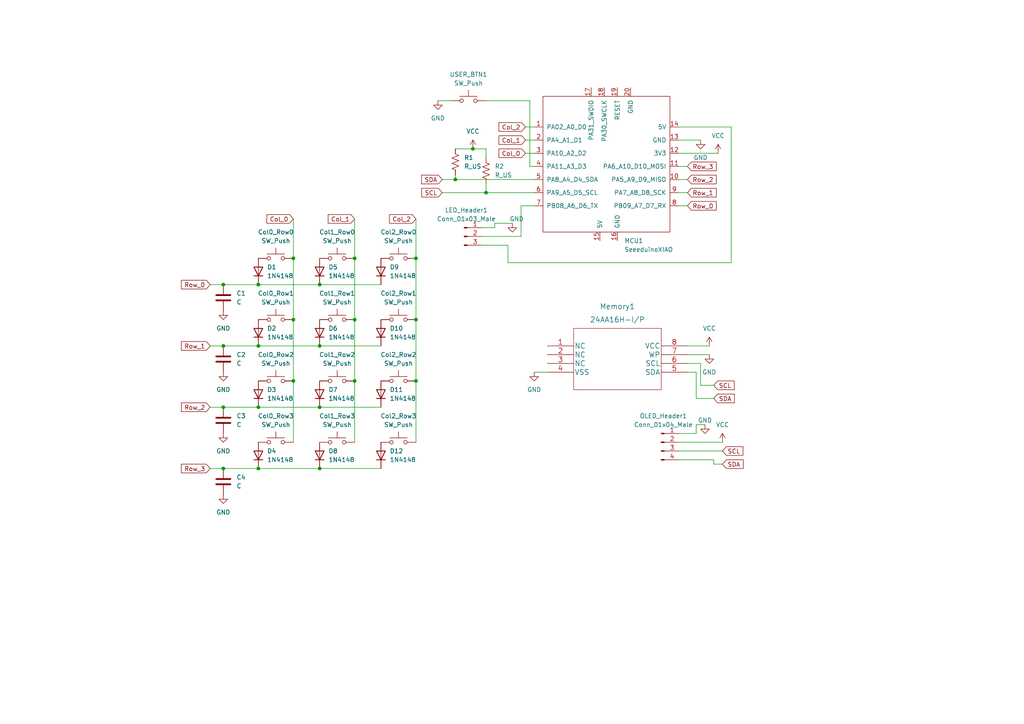
<source format=kicad_sch>
(kicad_sch (version 20211123) (generator eeschema)
  (paper "A4")
  (lib_symbols
    (symbol "Connector:Conn_01x03_Male" (pin_names (offset 1.016) hide)
      (property "Reference" "J" (at 0 5.08 0))
      (property "Value" "Conn_01x03_Male" (at 0 -5.08 0))
      (symbol "Conn_01x03_Male_1_1"
        (polyline (pts (xy 1.27 -2.54) (xy 0.8636 -2.54)) (stroke (width 0.1524)))
        (polyline (pts (xy 1.27 0) (xy 0.8636 0)) (stroke (width 0.1524)))
        (polyline (pts (xy 1.27 2.54) (xy 0.8636 2.54)) (stroke (width 0.1524)))
        (rectangle (start 0.8636 -2.413) (end 0 -2.667) (stroke (width 0.1524)) (fill (type outline)))
        (rectangle (start 0.8636 0.127) (end 0 -0.127) (stroke (width 0.1524)) (fill (type outline)))
        (rectangle (start 0.8636 2.667) (end 0 2.413) (stroke (width 0.1524)) (fill (type outline)))
        (pin passive line (at 5.08 2.54 180) (length 3.81) (name "Pin_1") (number "1"))
        (pin passive line (at 5.08 0 180) (length 3.81) (name "Pin_2") (number "2"))
        (pin passive line (at 5.08 -2.54 180) (length 3.81) (name "Pin_3") (number "3"))
      )
    )
    (symbol "Connector:Conn_01x04_Male" (pin_names (offset 1.016) hide)
      (property "Reference" "J" (at 0 5.08 0))
      (property "Value" "Conn_01x04_Male" (at 0 -7.62 0))
      (symbol "Conn_01x04_Male_1_1"
        (polyline (pts (xy 1.27 -5.08) (xy 0.8636 -5.08)) (stroke (width 0.1524)))
        (polyline (pts (xy 1.27 -2.54) (xy 0.8636 -2.54)) (stroke (width 0.1524)))
        (polyline (pts (xy 1.27 0) (xy 0.8636 0)) (stroke (width 0.1524)))
        (polyline (pts (xy 1.27 2.54) (xy 0.8636 2.54)) (stroke (width 0.1524)))
        (rectangle (start 0.8636 -4.953) (end 0 -5.207) (stroke (width 0.1524)) (fill (type outline)))
        (rectangle (start 0.8636 -2.413) (end 0 -2.667) (stroke (width 0.1524)) (fill (type outline)))
        (rectangle (start 0.8636 0.127) (end 0 -0.127) (stroke (width 0.1524)) (fill (type outline)))
        (rectangle (start 0.8636 2.667) (end 0 2.413) (stroke (width 0.1524)) (fill (type outline)))
        (pin passive line (at 5.08 2.54 180) (length 3.81) (name "Pin_1") (number "1"))
        (pin passive line (at 5.08 0 180) (length 3.81) (name "Pin_2") (number "2"))
        (pin passive line (at 5.08 -2.54 180) (length 3.81) (name "Pin_3") (number "3"))
        (pin passive line (at 5.08 -5.08 180) (length 3.81) (name "Pin_4") (number "4"))
      )
    )
    (symbol "Device:C" (pin_numbers hide) (pin_names (offset 0.254))
      (property "Reference" "C" (at 0.635 2.54 0))
      (property "Value" "C" (at 0.635 -2.54 0))
      (symbol "C_0_1"
        (polyline (pts (xy -2.032 -0.762) (xy 2.032 -0.762)) (stroke (width 0.508)))
        (polyline (pts (xy -2.032 0.762) (xy 2.032 0.762)) (stroke (width 0.508)))
      )
      (symbol "C_1_1"
        (pin passive line (at 0 3.81 270) (length 2.794) (name "~") (number "1"))
        (pin passive line (at 0 -3.81 90) (length 2.794) (name "~") (number "2"))
      )
    )
    (symbol "Device:R_US" (pin_numbers hide) (pin_names (offset 0))
      (property "Reference" "R" (at 2.54 0 90))
      (property "Value" "R_US" (at -2.54 0 90))
      (symbol "R_US_0_1"
        (polyline (pts (xy 0 -2.286) (xy 0 -2.54)))
        (polyline (pts (xy 0 2.286) (xy 0 2.54)))
        (polyline (pts (xy 0 -0.762) (xy 1.016 -1.143) (xy 0 -1.524) (xy -1.016 -1.905) (xy 0 -2.286)))
        (polyline (pts (xy 0 0.762) (xy 1.016 0.381) (xy 0 0) (xy -1.016 -0.381) (xy 0 -0.762)))
        (polyline (pts (xy 0 2.286) (xy 1.016 1.905) (xy 0 1.524) (xy -1.016 1.143) (xy 0 0.762)))
      )
      (symbol "R_US_1_1"
        (pin passive line (at 0 3.81 270) (length 1.27) (name "~") (number "1"))
        (pin passive line (at 0 -3.81 90) (length 1.27) (name "~") (number "2"))
      )
    )
    (symbol "Diode:1N4148" (pin_numbers hide) (pin_names (offset 1.016) hide)
      (property "Reference" "D" (at 0 2.54 0))
      (property "Value" "1N4148" (at 0 -2.54 0))
      (symbol "1N4148_0_1"
        (polyline (pts (xy -1.27 1.27) (xy -1.27 -1.27)) (stroke (width 0.254)))
        (polyline (pts (xy 1.27 0) (xy -1.27 0)))
        (polyline (pts (xy 1.27 1.27) (xy 1.27 -1.27) (xy -1.27 0) (xy 1.27 1.27)) (stroke (width 0.254)))
      )
      (symbol "1N4148_1_1"
        (pin passive line (at -3.81 0 0) (length 2.54) (name "K") (number "1"))
        (pin passive line (at 3.81 0 180) (length 2.54) (name "A") (number "2"))
      )
    )
    (symbol "Memory_EEPROM_local:24AA16H-I{slash}P" (pin_names (offset 0.254))
      (property "Reference" "U" (at 20.32 10.16 0))
      (property "Value" "24AA16H-I{slash}P" (at 20.32 7.62 0))
      (symbol "24AA16H-I{slash}P_1_1"
        (polyline (pts (xy 7.62 -12.7) (xy 33.02 -12.7)) (stroke (width 0.127)))
        (polyline (pts (xy 7.62 5.08) (xy 7.62 -12.7)) (stroke (width 0.127)))
        (polyline (pts (xy 33.02 -12.7) (xy 33.02 5.08)) (stroke (width 0.127)))
        (polyline (pts (xy 33.02 5.08) (xy 7.62 5.08)) (stroke (width 0.127)))
        (pin unspecified line (at 0 0 0) (length 7.62) (name "NC") (number "1"))
        (pin unspecified line (at 0 -2.54 0) (length 7.62) (name "NC") (number "2"))
        (pin unspecified line (at 0 -5.08 0) (length 7.62) (name "NC") (number "3"))
        (pin unspecified line (at 0 -7.62 0) (length 7.62) (name "VSS") (number "4"))
        (pin unspecified line (at 40.64 -7.62 180) (length 7.62) (name "SDA") (number "5"))
        (pin unspecified line (at 40.64 -5.08 180) (length 7.62) (name "SCL") (number "6"))
        (pin unspecified line (at 40.64 -2.54 180) (length 7.62) (name "WP") (number "7"))
        (pin unspecified line (at 40.64 0 180) (length 7.62) (name "VCC") (number "8"))
      )
    )
    (symbol "Seeeduino Xiao:SeeeduinoXIAO" (pin_names (offset 1.016))
      (property "Reference" "U" (at -19.05 22.86 0))
      (property "Value" "SeeeduinoXIAO" (at -12.7 21.59 0))
      (symbol "SeeeduinoXIAO_0_1"
        (rectangle (start -19.05 20.32) (end 17.78 -19.05))
      )
      (symbol "SeeeduinoXIAO_1_1"
        (pin unspecified line (at -21.59 11.43 0) (length 2.54) (name "PA02_A0_D0") (number "1"))
        (pin unspecified line (at 20.32 -3.81 180) (length 2.54) (name "PA5_A9_D9_MISO") (number "10"))
        (pin unspecified line (at 20.32 0 180) (length 2.54) (name "PA6_A10_D10_MOSI") (number "11"))
        (pin unspecified line (at 20.32 3.81 180) (length 2.54) (name "3V3") (number "12"))
        (pin unspecified line (at 20.32 7.62 180) (length 2.54) (name "GND") (number "13"))
        (pin unspecified line (at 20.32 11.43 180) (length 2.54) (name "5V") (number "14"))
        (pin input line (at -2.54 -21.59 90) (length 2.54) (name "5V") (number "15"))
        (pin input line (at 2.54 -21.59 90) (length 2.54) (name "GND") (number "16"))
        (pin input line (at -5.08 22.86 270) (length 2.54) (name "PA31_SWDIO") (number "17"))
        (pin input line (at -1.27 22.86 270) (length 2.54) (name "PA30_SWCLK") (number "18"))
        (pin input line (at 2.54 22.86 270) (length 2.54) (name "RESET") (number "19"))
        (pin unspecified line (at -21.59 7.62 0) (length 2.54) (name "PA4_A1_D1") (number "2"))
        (pin input line (at 6.35 22.86 270) (length 2.54) (name "GND") (number "20"))
        (pin unspecified line (at -21.59 3.81 0) (length 2.54) (name "PA10_A2_D2") (number "3"))
        (pin unspecified line (at -21.59 0 0) (length 2.54) (name "PA11_A3_D3") (number "4"))
        (pin unspecified line (at -21.59 -3.81 0) (length 2.54) (name "PA8_A4_D4_SDA") (number "5"))
        (pin unspecified line (at -21.59 -7.62 0) (length 2.54) (name "PA9_A5_D5_SCL") (number "6"))
        (pin unspecified line (at -21.59 -11.43 0) (length 2.54) (name "PB08_A6_D6_TX") (number "7"))
        (pin unspecified line (at 20.32 -11.43 180) (length 2.54) (name "PB09_A7_D7_RX") (number "8"))
        (pin unspecified line (at 20.32 -7.62 180) (length 2.54) (name "PA7_A8_D8_SCK") (number "9"))
      )
    )
    (symbol "Switch:SW_Push" (pin_numbers hide) (pin_names (offset 1.016) hide)
      (property "Reference" "SW" (at 1.27 2.54 0))
      (property "Value" "SW_Push" (at 0 -1.524 0))
      (symbol "SW_Push_0_1"
        (circle (center -2.032 0) (radius 0.508))
        (polyline (pts (xy 0 1.27) (xy 0 3.048)))
        (polyline (pts (xy 2.54 1.27) (xy -2.54 1.27)))
        (circle (center 2.032 0) (radius 0.508))
        (pin passive line (at -5.08 0 0) (length 2.54) (name "1") (number "1"))
        (pin passive line (at 5.08 0 180) (length 2.54) (name "2") (number "2"))
      )
    )
    (symbol "power:GND" (power) (pin_names (offset 0))
      (property "Value" "GND" (at 0 -3.81 0))
      (symbol "GND_0_1"
        (polyline (pts (xy 0 0) (xy 0 -1.27) (xy 1.27 -1.27) (xy 0 -2.54) (xy -1.27 -1.27) (xy 0 -1.27)))
      )
      (symbol "GND_1_1"
        (pin power_in line (at 0 0 270) (length 0) hide (name "GND") (number "1"))
      )
    )
    (symbol "power:VCC" (power) (pin_names (offset 0))
      (property "Value" "VCC" (at 0 3.81 0))
      (symbol "VCC_0_1"
        (polyline (pts (xy -0.762 1.27) (xy 0 2.54)))
        (polyline (pts (xy 0 0) (xy 0 2.54)))
        (polyline (pts (xy 0 2.54) (xy 0.762 1.27)))
      )
      (symbol "VCC_1_1"
        (pin power_in line (at 0 0 90) (length 0) hide (name "VCC") (number "1"))
      )
    )
  )
  (junction (at 64.77 118.11))
  (junction (at 92.71 118.11))
  (junction (at 85.09 110.49))
  (junction (at 85.09 74.93))
  (junction (at 85.09 92.71))
  (junction (at 74.93 100.33))
  (junction (at 64.77 135.89))
  (junction (at 102.87 74.93))
  (junction (at 64.77 82.55))
  (junction (at 102.87 110.49))
  (junction (at 74.93 82.55))
  (junction (at 140.97 55.88))
  (junction (at 137.16 43.18))
  (junction (at 120.65 110.49))
  (junction (at 120.65 74.93))
  (junction (at 132.08 52.07))
  (junction (at 92.71 100.33))
  (junction (at 92.71 135.89))
  (junction (at 92.71 82.55))
  (junction (at 74.93 118.11))
  (junction (at 64.77 100.33))
  (junction (at 102.87 92.71))
  (junction (at 120.65 92.71))
  (junction (at 74.93 135.89))
  (wire (pts (xy 120.65 74.93) (xy 120.65 92.71)))
  (wire (pts (xy 74.93 135.89) (xy 92.71 135.89)))
  (wire (pts (xy 132.08 52.07) (xy 154.94 52.07)))
  (wire (pts (xy 196.85 55.88) (xy 199.39 55.88)))
  (wire (pts (xy 207.01 111.76) (xy 203.2 111.76)))
  (wire (pts (xy 128.27 55.88) (xy 140.97 55.88)))
  (wire (pts (xy 60.96 135.89) (xy 64.77 135.89)))
  (wire (pts (xy 60.96 82.55) (xy 64.77 82.55)))
  (wire (pts (xy 212.09 76.2) (xy 212.09 36.83)))
  (wire (pts (xy 139.7 71.12) (xy 147.32 71.12)))
  (wire (pts (xy 201.93 123.19) (xy 204.47 123.19)))
  (wire (pts (xy 151.13 59.69) (xy 154.94 59.69)))
  (wire (pts (xy 92.71 100.33) (xy 110.49 100.33)))
  (wire (pts (xy 203.2 105.41) (xy 199.39 105.41)))
  (wire (pts (xy 196.85 48.26) (xy 199.39 48.26)))
  (wire (pts (xy 74.93 82.55) (xy 92.71 82.55)))
  (wire (pts (xy 64.77 118.11) (xy 74.93 118.11)))
  (wire (pts (xy 201.93 125.73) (xy 201.93 123.19)))
  (wire (pts (xy 196.85 59.69) (xy 199.39 59.69)))
  (wire (pts (xy 153.67 29.21) (xy 153.67 48.26)))
  (wire (pts (xy 196.85 133.35) (xy 207.01 133.35)))
  (wire (pts (xy 196.85 52.07) (xy 199.39 52.07)))
  (wire (pts (xy 152.4 40.64) (xy 154.94 40.64)))
  (wire (pts (xy 196.85 130.81) (xy 209.55 130.81)))
  (wire (pts (xy 199.39 100.33) (xy 205.74 100.33)))
  (wire (pts (xy 92.71 82.55) (xy 110.49 82.55)))
  (wire (pts (xy 74.93 118.11) (xy 92.71 118.11)))
  (wire (pts (xy 196.85 128.27) (xy 209.55 128.27)))
  (wire (pts (xy 207.01 134.62) (xy 209.55 134.62)))
  (wire (pts (xy 201.93 115.57) (xy 207.01 115.57)))
  (wire (pts (xy 128.27 52.07) (xy 132.08 52.07)))
  (wire (pts (xy 139.7 68.58) (xy 151.13 68.58)))
  (wire (pts (xy 196.85 40.64) (xy 203.2 40.64)))
  (wire (pts (xy 92.71 118.11) (xy 110.49 118.11)))
  (wire (pts (xy 85.09 63.5) (xy 85.09 74.93)))
  (wire (pts (xy 196.85 36.83) (xy 212.09 36.83)))
  (wire (pts (xy 85.09 74.93) (xy 85.09 92.71)))
  (wire (pts (xy 147.32 76.2) (xy 212.09 76.2)))
  (wire (pts (xy 102.87 92.71) (xy 102.87 110.49)))
  (wire (pts (xy 139.7 66.04) (xy 143.51 66.04)))
  (wire (pts (xy 120.65 63.5) (xy 120.65 74.93)))
  (wire (pts (xy 207.01 133.35) (xy 207.01 134.62)))
  (wire (pts (xy 64.77 100.33) (xy 74.93 100.33)))
  (wire (pts (xy 201.93 107.95) (xy 201.93 115.57)))
  (wire (pts (xy 140.97 53.34) (xy 140.97 55.88)))
  (wire (pts (xy 140.97 45.72) (xy 140.97 43.18)))
  (wire (pts (xy 151.13 59.69) (xy 151.13 68.58)))
  (wire (pts (xy 64.77 135.89) (xy 74.93 135.89)))
  (wire (pts (xy 132.08 50.8) (xy 132.08 52.07)))
  (wire (pts (xy 199.39 102.87) (xy 205.74 102.87)))
  (wire (pts (xy 102.87 110.49) (xy 102.87 128.27)))
  (wire (pts (xy 120.65 92.71) (xy 120.65 110.49)))
  (wire (pts (xy 60.96 100.33) (xy 64.77 100.33)))
  (wire (pts (xy 143.51 64.77) (xy 148.59 64.77)))
  (wire (pts (xy 85.09 110.49) (xy 85.09 128.27)))
  (wire (pts (xy 74.93 100.33) (xy 92.71 100.33)))
  (wire (pts (xy 92.71 135.89) (xy 110.49 135.89)))
  (wire (pts (xy 127 29.21) (xy 130.81 29.21)))
  (wire (pts (xy 196.85 125.73) (xy 201.93 125.73)))
  (wire (pts (xy 140.97 55.88) (xy 154.94 55.88)))
  (wire (pts (xy 147.32 71.12) (xy 147.32 76.2)))
  (wire (pts (xy 152.4 36.83) (xy 154.94 36.83)))
  (wire (pts (xy 153.67 48.26) (xy 154.94 48.26)))
  (wire (pts (xy 140.97 43.18) (xy 137.16 43.18)))
  (wire (pts (xy 196.85 44.45) (xy 208.28 44.45)))
  (wire (pts (xy 152.4 44.45) (xy 154.94 44.45)))
  (wire (pts (xy 102.87 63.5) (xy 102.87 74.93)))
  (wire (pts (xy 199.39 107.95) (xy 201.93 107.95)))
  (wire (pts (xy 120.65 110.49) (xy 120.65 128.27)))
  (wire (pts (xy 132.08 43.18) (xy 137.16 43.18)))
  (wire (pts (xy 143.51 66.04) (xy 143.51 64.77)))
  (wire (pts (xy 154.94 107.95) (xy 158.75 107.95)))
  (wire (pts (xy 85.09 92.71) (xy 85.09 110.49)))
  (wire (pts (xy 102.87 74.93) (xy 102.87 92.71)))
  (wire (pts (xy 203.2 111.76) (xy 203.2 105.41)))
  (wire (pts (xy 60.96 118.11) (xy 64.77 118.11)))
  (wire (pts (xy 140.97 29.21) (xy 153.67 29.21)))
  (wire (pts (xy 64.77 82.55) (xy 74.93 82.55)))
  (global_label "Row_0" (shape input) (at 199.39 59.69 0) (property "Intersheet References" "${INTERSHEET_REFS}" (effects hide)))
  (global_label "Row_3" (shape input) (at 199.39 48.26 0) (property "Intersheet References" "${INTERSHEET_REFS}" (effects hide)))
  (global_label "Col_0" (shape input) (at 85.09 63.5 180) (property "Intersheet References" "${INTERSHEET_REFS}" (effects hide)))
  (global_label "Row_0" (shape input) (at 60.96 82.55 180) (property "Intersheet References" "${INTERSHEET_REFS}" (effects hide)))
  (global_label "Row_1" (shape input) (at 60.96 100.33 180) (property "Intersheet References" "${INTERSHEET_REFS}" (effects hide)))
  (global_label "Col_2" (shape input) (at 152.4 36.83 180) (property "Intersheet References" "${INTERSHEET_REFS}" (effects hide)))
  (global_label "Row_2" (shape input) (at 60.96 118.11 180) (property "Intersheet References" "${INTERSHEET_REFS}" (effects hide)))
  (global_label "Row_2" (shape input) (at 199.39 52.07 0) (property "Intersheet References" "${INTERSHEET_REFS}" (effects hide)))
  (global_label "Col_0" (shape input) (at 152.4 44.45 180) (property "Intersheet References" "${INTERSHEET_REFS}" (effects hide)))
  (global_label "SCL" (shape input) (at 207.01 111.76 0) (property "Intersheet References" "${INTERSHEET_REFS}" (effects hide)))
  (global_label "SCL" (shape input) (at 209.55 130.81 0) (property "Intersheet References" "${INTERSHEET_REFS}" (effects hide)))
  (global_label "Row_3" (shape input) (at 60.96 135.89 180) (property "Intersheet References" "${INTERSHEET_REFS}" (effects hide)))
  (global_label "SDA" (shape input) (at 207.01 115.57 0) (property "Intersheet References" "${INTERSHEET_REFS}" (effects hide)))
  (global_label "SDA" (shape input) (at 128.27 52.07 180) (property "Intersheet References" "${INTERSHEET_REFS}" (effects hide)))
  (global_label "SDA" (shape input) (at 209.55 134.62 0) (property "Intersheet References" "${INTERSHEET_REFS}" (effects hide)))
  (global_label "SCL" (shape input) (at 128.27 55.88 180) (property "Intersheet References" "${INTERSHEET_REFS}" (effects hide)))
  (global_label "Col_1" (shape input) (at 152.4 40.64 180) (property "Intersheet References" "${INTERSHEET_REFS}" (effects hide)))
  (global_label "Col_1" (shape input) (at 102.87 63.5 180) (property "Intersheet References" "${INTERSHEET_REFS}" (effects hide)))
  (global_label "Row_1" (shape input) (at 199.39 55.88 0) (property "Intersheet References" "${INTERSHEET_REFS}" (effects hide)))
  (global_label "Col_2" (shape input) (at 120.65 63.5 180) (property "Intersheet References" "${INTERSHEET_REFS}" (effects hide)))
  (symbol (lib_id "Diode:1N4148") (at 92.71 96.52 90) (unit 1)
    (property "Reference" "D6" (at 95.25 95.2499 90) (effects (justify right)))
    (property "Value" "1N4148" (at 95.25 97.7899 90) (effects (justify right)))
    (property "Footprint" "Diode_THT:D_DO-35_SOD27_P7.62mm_Horizontal" (effects hide))
    (property "Datasheet" "https://assets.nexperia.com/documents/data-sheet/1N4148_1N4448.pdf" (effects hide))
  )
  (symbol (lib_id "Device:C") (at 64.77 121.92 0) (unit 1)
    (property "Reference" "C3" (at 68.58 120.6499 0) (effects (justify left)))
    (property "Value" "C" (at 68.58 123.1899 0) (effects (justify left)))
    (property "Footprint" "Capacitor_THT:CP_Radial_D8.0mm_P3.80mm" (effects hide))
  )
  (symbol (lib_id "Seeeduino Xiao:SeeeduinoXIAO") (at 176.53 48.26 0) (unit 1)
    (property "Reference" "MCU1" (at 181.0894 69.85 0) (effects (justify left)))
    (property "Value" "SeeeduinoXIAO" (at 181.0894 72.39 0) (effects (justify left)))
    (property "Footprint" "Seeeduino Xiao:Seeeduino XIAO-MOUDLE14P-2.54-21X17.8MM" (effects hide))
  )
  (symbol (lib_id "Switch:SW_Push") (at 115.57 74.93 0) (unit 1)
    (property "Reference" "Col2_Row0" (at 115.57 67.31 0))
    (property "Value" "SW_Push" (at 115.57 69.85 0))
    (property "Footprint" "LocalModdedFootprints:SW_Cherry_MX_1.00u_LEDHOLE" (effects hide))
  )
  (symbol (lib_id "Device:R_US") (at 140.97 49.53 0) (unit 1)
    (property "Reference" "R2" (at 143.51 48.2599 0) (effects (justify left)))
    (property "Value" "R_US" (at 143.51 50.7999 0) (effects (justify left)))
    (property "Footprint" "Resistor_THT:R_Axial_DIN0204_L3.6mm_D1.6mm_P7.62mm_Horizontal" (effects hide))
  )
  (symbol (lib_id "power:VCC") (at 208.28 44.45 0) (unit 1)
    (property "Reference" "#PWR0113" (effects hide))
    (property "Value" "VCC" (at 208.28 39.37 0))
  )
  (symbol (lib_id "power:VCC") (at 209.55 128.27 0) (unit 1)
    (property "Reference" "#PWR0111" (effects hide))
    (property "Value" "VCC" (at 209.55 123.19 0))
  )
  (symbol (lib_id "Switch:SW_Push") (at 80.01 110.49 0) (unit 1)
    (property "Reference" "Col0_Row2" (at 80.01 102.87 0))
    (property "Value" "SW_Push" (at 80.01 105.41 0))
    (property "Footprint" "LocalModdedFootprints:SW_Cherry_MX_1.00u_LEDHOLE" (effects hide))
  )
  (symbol (lib_id "power:VCC") (at 205.74 100.33 0) (unit 1)
    (property "Reference" "#PWR0110" (effects hide))
    (property "Value" "VCC" (at 205.74 95.25 0))
  )
  (symbol (lib_id "power:GND") (at 154.94 107.95 0) (unit 1)
    (property "Reference" "#PWR0115" (effects hide))
    (property "Value" "GND" (at 154.94 113.03 0))
  )
  (symbol (lib_id "Diode:1N4148") (at 74.93 114.3 90) (unit 1)
    (property "Reference" "D3" (at 77.47 113.0299 90) (effects (justify right)))
    (property "Value" "1N4148" (at 77.47 115.5699 90) (effects (justify right)))
    (property "Footprint" "Diode_THT:D_DO-35_SOD27_P7.62mm_Horizontal" (effects hide))
    (property "Datasheet" "https://assets.nexperia.com/documents/data-sheet/1N4148_1N4448.pdf" (effects hide))
  )
  (symbol (lib_id "Switch:SW_Push") (at 80.01 74.93 0) (unit 1)
    (property "Reference" "Col0_Row0" (at 80.01 67.31 0))
    (property "Value" "SW_Push" (at 80.01 69.85 0))
    (property "Footprint" "LocalModdedFootprints:SW_Cherry_MX_1.00u_LEDHOLE" (effects hide))
  )
  (symbol (lib_id "Memory_EEPROM_local:24AA16H-I{slash}P") (at 158.75 100.33 0) (unit 1)
    (property "Reference" "Memory1" (at 179.07 88.9 0) (effects (font (size 1.524 1.524))))
    (property "Value" "24AA16H-I/P" (at 179.07 92.71 0) (effects (font (size 1.524 1.524))))
    (property "Footprint" "Memory_EEPROM_local:24AA16H-I&slash_P" (effects hide))
  )
  (symbol (lib_id "Switch:SW_Push") (at 97.79 74.93 0) (unit 1)
    (property "Reference" "Col1_Row0" (at 97.79 67.31 0))
    (property "Value" "SW_Push" (at 97.79 69.85 0))
    (property "Footprint" "LocalModdedFootprints:SW_Cherry_MX_1.00u_LEDHOLE" (effects hide))
  )
  (symbol (lib_id "Diode:1N4148") (at 92.71 78.74 90) (unit 1)
    (property "Reference" "D5" (at 95.25 77.4699 90) (effects (justify right)))
    (property "Value" "1N4148" (at 95.25 80.0099 90) (effects (justify right)))
    (property "Footprint" "Diode_THT:D_DO-35_SOD27_P7.62mm_Horizontal" (effects hide))
    (property "Datasheet" "https://assets.nexperia.com/documents/data-sheet/1N4148_1N4448.pdf" (effects hide))
  )
  (symbol (lib_id "Device:C") (at 64.77 86.36 0) (unit 1)
    (property "Reference" "C1" (at 68.58 85.0899 0) (effects (justify left)))
    (property "Value" "C" (at 68.58 87.6299 0) (effects (justify left)))
    (property "Footprint" "Capacitor_THT:CP_Radial_D8.0mm_P3.80mm" (effects hide))
  )
  (symbol (lib_id "power:GND") (at 127 29.21 0) (unit 1)
    (property "Reference" "#PWR0106" (effects hide))
    (property "Value" "GND" (at 127 34.29 0))
  )
  (symbol (lib_id "Diode:1N4148") (at 110.49 96.52 90) (unit 1)
    (property "Reference" "D10" (at 113.03 95.2499 90) (effects (justify right)))
    (property "Value" "1N4148" (at 113.03 97.7899 90) (effects (justify right)))
    (property "Footprint" "Diode_THT:D_DO-35_SOD27_P7.62mm_Horizontal" (effects hide))
    (property "Datasheet" "https://assets.nexperia.com/documents/data-sheet/1N4148_1N4448.pdf" (effects hide))
  )
  (symbol (lib_id "Switch:SW_Push") (at 80.01 128.27 0) (unit 1)
    (property "Reference" "Col0_Row3" (at 80.01 120.65 0))
    (property "Value" "SW_Push" (at 80.01 123.19 0))
    (property "Footprint" "LocalModdedFootprints:SW_Cherry_MX_1.00u_LEDHOLE" (effects hide))
  )
  (symbol (lib_id "Device:C") (at 64.77 104.14 0) (unit 1)
    (property "Reference" "C2" (at 68.58 102.8699 0) (effects (justify left)))
    (property "Value" "C" (at 68.58 105.4099 0) (effects (justify left)))
    (property "Footprint" "Capacitor_THT:CP_Radial_D8.0mm_P3.80mm" (effects hide))
  )
  (symbol (lib_id "power:GND") (at 64.77 125.73 0) (unit 1)
    (property "Reference" "#PWR0103" (effects hide))
    (property "Value" "GND" (at 64.77 130.81 0))
  )
  (symbol (lib_id "power:GND") (at 203.2 40.64 0) (unit 1)
    (property "Reference" "#PWR0114" (effects hide))
    (property "Value" "GND" (at 203.2 45.72 0))
  )
  (symbol (lib_id "power:VCC") (at 137.16 43.18 0) (unit 1)
    (property "Reference" "#PWR0105" (effects hide))
    (property "Value" "VCC" (at 137.16 38.1 0))
  )
  (symbol (lib_id "Diode:1N4148") (at 92.71 132.08 90) (unit 1)
    (property "Reference" "D8" (at 95.25 130.8099 90) (effects (justify right)))
    (property "Value" "1N4148" (at 95.25 133.3499 90) (effects (justify right)))
    (property "Footprint" "Diode_THT:D_DO-35_SOD27_P7.62mm_Horizontal" (effects hide))
    (property "Datasheet" "https://assets.nexperia.com/documents/data-sheet/1N4148_1N4448.pdf" (effects hide))
  )
  (symbol (lib_id "Diode:1N4148") (at 74.93 132.08 90) (unit 1)
    (property "Reference" "D4" (at 77.47 130.8099 90) (effects (justify right)))
    (property "Value" "1N4148" (at 77.47 133.3499 90) (effects (justify right)))
    (property "Footprint" "Diode_THT:D_DO-35_SOD27_P7.62mm_Horizontal" (effects hide))
    (property "Datasheet" "https://assets.nexperia.com/documents/data-sheet/1N4148_1N4448.pdf" (effects hide))
  )
  (symbol (lib_id "Connector:Conn_01x04_Male") (at 191.77 128.27 0) (unit 1)
    (property "Reference" "OLED_Header1" (at 192.405 120.65 0))
    (property "Value" "Conn_01x04_Male" (at 192.405 123.19 0))
    (property "Footprint" "Connector_PinSocket_2.54mm:PinSocket_1x04_P2.54mm_Vertical" (effects hide))
  )
  (symbol (lib_id "Diode:1N4148") (at 110.49 114.3 90) (unit 1)
    (property "Reference" "D11" (at 113.03 113.0299 90) (effects (justify right)))
    (property "Value" "1N4148" (at 113.03 115.5699 90) (effects (justify right)))
    (property "Footprint" "Diode_THT:D_DO-35_SOD27_P7.62mm_Horizontal" (effects hide))
    (property "Datasheet" "https://assets.nexperia.com/documents/data-sheet/1N4148_1N4448.pdf" (effects hide))
  )
  (symbol (lib_id "Diode:1N4148") (at 74.93 78.74 90) (unit 1)
    (property "Reference" "D1" (at 77.47 77.4699 90) (effects (justify right)))
    (property "Value" "1N4148" (at 77.47 80.0099 90) (effects (justify right)))
    (property "Footprint" "Diode_THT:D_DO-35_SOD27_P7.62mm_Horizontal" (effects hide))
    (property "Datasheet" "https://assets.nexperia.com/documents/data-sheet/1N4148_1N4448.pdf" (effects hide))
  )
  (symbol (lib_id "power:GND") (at 205.74 102.87 0) (unit 1)
    (property "Reference" "#PWR0109" (effects hide))
    (property "Value" "GND" (at 205.74 107.95 0))
  )
  (symbol (lib_id "Switch:SW_Push") (at 97.79 110.49 0) (unit 1)
    (property "Reference" "Col1_Row2" (at 97.79 102.87 0))
    (property "Value" "SW_Push" (at 97.79 105.41 0))
    (property "Footprint" "LocalModdedFootprints:SW_Cherry_MX_1.00u_LEDHOLE" (effects hide))
  )
  (symbol (lib_id "Diode:1N4148") (at 110.49 132.08 90) (unit 1)
    (property "Reference" "D12" (at 113.03 130.8099 90) (effects (justify right)))
    (property "Value" "1N4148" (at 113.03 133.3499 90) (effects (justify right)))
    (property "Footprint" "Diode_THT:D_DO-35_SOD27_P7.62mm_Horizontal" (effects hide))
    (property "Datasheet" "https://assets.nexperia.com/documents/data-sheet/1N4148_1N4448.pdf" (effects hide))
  )
  (symbol (lib_id "Switch:SW_Push") (at 97.79 128.27 0) (unit 1)
    (property "Reference" "Col1_Row3" (at 97.79 120.65 0))
    (property "Value" "SW_Push" (at 97.79 123.19 0))
    (property "Footprint" "LocalModdedFootprints:SW_Cherry_MX_1.00u_LEDHOLE" (effects hide))
  )
  (symbol (lib_id "power:GND") (at 64.77 143.51 0) (unit 1)
    (property "Reference" "#PWR0104" (effects hide))
    (property "Value" "GND" (at 64.77 148.59 0))
  )
  (symbol (lib_id "Diode:1N4148") (at 92.71 114.3 90) (unit 1)
    (property "Reference" "D7" (at 95.25 113.0299 90) (effects (justify right)))
    (property "Value" "1N4148" (at 95.25 115.5699 90) (effects (justify right)))
    (property "Footprint" "Diode_THT:D_DO-35_SOD27_P7.62mm_Horizontal" (effects hide))
    (property "Datasheet" "https://assets.nexperia.com/documents/data-sheet/1N4148_1N4448.pdf" (effects hide))
  )
  (symbol (lib_id "Connector:Conn_01x03_Male") (at 134.62 68.58 0) (unit 1)
    (property "Reference" "LED_Header1" (at 135.255 60.96 0))
    (property "Value" "Conn_01x03_Male" (at 135.255 63.5 0))
    (property "Footprint" "Connector_PinHeader_2.54mm:PinHeader_1x03_P2.54mm_Vertical" (effects hide))
  )
  (symbol (lib_id "Switch:SW_Push") (at 135.89 29.21 0) (unit 1)
    (property "Reference" "USER_BTN1" (at 135.89 21.59 0))
    (property "Value" "SW_Push" (at 135.89 24.13 0))
    (property "Footprint" "Connector_PinSocket_2.54mm:PinSocket_1x02_P2.54mm_Vertical" (effects hide))
  )
  (symbol (lib_id "power:GND") (at 64.77 107.95 0) (unit 1)
    (property "Reference" "#PWR0102" (effects hide))
    (property "Value" "GND" (at 64.77 113.03 0))
  )
  (symbol (lib_id "Diode:1N4148") (at 110.49 78.74 90) (unit 1)
    (property "Reference" "D9" (at 113.03 77.4699 90) (effects (justify right)))
    (property "Value" "1N4148" (at 113.03 80.0099 90) (effects (justify right)))
    (property "Footprint" "Diode_THT:D_DO-35_SOD27_P7.62mm_Horizontal" (effects hide))
    (property "Datasheet" "https://assets.nexperia.com/documents/data-sheet/1N4148_1N4448.pdf" (effects hide))
  )
  (symbol (lib_id "power:GND") (at 64.77 90.17 0) (unit 1)
    (property "Reference" "#PWR0101" (effects hide))
    (property "Value" "GND" (at 64.77 95.25 0))
  )
  (symbol (lib_id "Diode:1N4148") (at 74.93 96.52 90) (unit 1)
    (property "Reference" "D2" (at 77.47 95.2499 90) (effects (justify right)))
    (property "Value" "1N4148" (at 77.47 97.7899 90) (effects (justify right)))
    (property "Footprint" "Diode_THT:D_DO-35_SOD27_P7.62mm_Horizontal" (effects hide))
    (property "Datasheet" "https://assets.nexperia.com/documents/data-sheet/1N4148_1N4448.pdf" (effects hide))
  )
  (symbol (lib_id "Switch:SW_Push") (at 97.79 92.71 0) (unit 1)
    (property "Reference" "Col1_Row1" (at 97.79 85.09 0))
    (property "Value" "SW_Push" (at 97.79 87.63 0))
    (property "Footprint" "LocalModdedFootprints:SW_Cherry_MX_1.00u_LEDHOLE" (effects hide))
  )
  (symbol (lib_id "Device:R_US") (at 132.08 46.99 0) (unit 1)
    (property "Reference" "R1" (at 134.62 45.7199 0) (effects (justify left)))
    (property "Value" "R_US" (at 134.62 48.2599 0) (effects (justify left)))
    (property "Footprint" "Resistor_THT:R_Axial_DIN0204_L3.6mm_D1.6mm_P7.62mm_Horizontal" (effects hide))
  )
  (symbol (lib_id "power:GND") (at 204.47 123.19 0) (unit 1)
    (property "Reference" "#PWR0112" (effects hide))
    (property "Value" "GND" (at 204.47 121.92 0))
  )
  (symbol (lib_id "Switch:SW_Push") (at 115.57 110.49 0) (unit 1)
    (property "Reference" "Col2_Row2" (at 115.57 102.87 0))
    (property "Value" "SW_Push" (at 115.57 105.41 0))
    (property "Footprint" "LocalModdedFootprints:SW_Cherry_MX_1.00u_LEDHOLE" (effects hide))
  )
  (symbol (lib_id "Device:C") (at 64.77 139.7 0) (unit 1)
    (property "Reference" "C4" (at 68.58 138.4299 0) (effects (justify left)))
    (property "Value" "C" (at 68.58 140.9699 0) (effects (justify left)))
    (property "Footprint" "Capacitor_THT:CP_Radial_D8.0mm_P3.80mm" (effects hide))
  )
  (symbol (lib_id "Switch:SW_Push") (at 115.57 92.71 0) (unit 1)
    (property "Reference" "Col2_Row1" (at 115.57 85.09 0))
    (property "Value" "SW_Push" (at 115.57 87.63 0))
    (property "Footprint" "LocalModdedFootprints:SW_Cherry_MX_1.00u_LEDHOLE" (effects hide))
  )
  (symbol (lib_id "Switch:SW_Push") (at 115.57 128.27 0) (unit 1)
    (property "Reference" "Col2_Row3" (at 115.57 120.65 0))
    (property "Value" "SW_Push" (at 115.57 123.19 0))
    (property "Footprint" "LocalModdedFootprints:SW_Cherry_MX_1.00u_LEDHOLE" (effects hide))
  )
  (symbol (lib_id "Switch:SW_Push") (at 80.01 92.71 0) (unit 1)
    (property "Reference" "Col0_Row1" (at 80.01 85.09 0))
    (property "Value" "SW_Push" (at 80.01 87.63 0))
    (property "Footprint" "LocalModdedFootprints:SW_Cherry_MX_1.00u_LEDHOLE" (effects hide))
  )
  (symbol (lib_id "power:GND") (at 148.59 64.77 0) (unit 1)
    (property "Reference" "#PWR0108" (effects hide))
    (property "Value" "GND" (at 149.86 63.5 0))
  )
)
</source>
